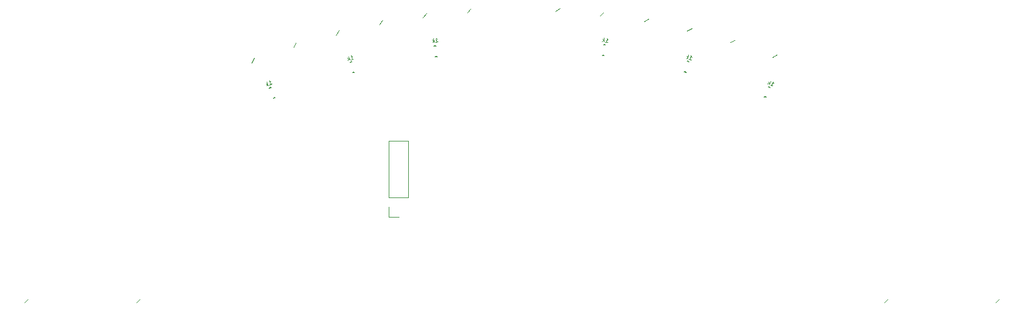
<source format=gbo>
%TF.GenerationSoftware,KiCad,Pcbnew,(5.1.8)-1*%
%TF.CreationDate,2023-07-29T11:14:22+09:00*%
%TF.ProjectId,Tracer,54726163-6572-42e6-9b69-6361645f7063,rev?*%
%TF.SameCoordinates,Original*%
%TF.FileFunction,Legend,Bot*%
%TF.FilePolarity,Positive*%
%FSLAX46Y46*%
G04 Gerber Fmt 4.6, Leading zero omitted, Abs format (unit mm)*
G04 Created by KiCad (PCBNEW (5.1.8)-1) date 2023-07-29 11:14:22*
%MOMM*%
%LPD*%
G01*
G04 APERTURE LIST*
%ADD10C,0.120000*%
%ADD11C,0.127000*%
%ADD12C,0.125000*%
G04 APERTURE END LIST*
D10*
%TO.C,IC19*%
X97142026Y-32939882D02*
X97540499Y-32355742D01*
%TO.C,IC16*%
X149994228Y-37280685D02*
X150642194Y-36997596D01*
%TO.C,IC18*%
X102987194Y-31962863D02*
X103421559Y-31404896D01*
%TO.C,IC11*%
X120848682Y-31152706D02*
X121379091Y-30685088D01*
%TO.C,IC22*%
X79937449Y-38083414D02*
X80220539Y-37435448D01*
%TO.C,IC17*%
X108935659Y-31290846D02*
X109403277Y-30760437D01*
%TO.C,IC15*%
X144319867Y-35325473D02*
X144949343Y-35003354D01*
%TO.C,IC21*%
X85566625Y-36001657D02*
X85888744Y-35372182D01*
%TO.C,IC13*%
X132776226Y-32531415D02*
X133360366Y-32132942D01*
%TO.C,IC12*%
X126809676Y-31690940D02*
X127367643Y-31256574D01*
%TO.C,IC20*%
X91301784Y-34319585D02*
X91662792Y-33711577D01*
%TO.C,IC14*%
X138546382Y-33776187D02*
X139154389Y-33415179D01*
D11*
%TO.C,R32*%
X93204384Y-37979188D02*
X93398187Y-37929788D01*
X93560063Y-39374570D02*
X93753866Y-39325170D01*
%TO.C,R23*%
X138560063Y-37865430D02*
X138753866Y-37914830D01*
X138204384Y-39260812D02*
X138398187Y-39310212D01*
%TO.C,R33*%
X82334183Y-41486127D02*
X82520394Y-41413152D01*
X82859606Y-42826848D02*
X83045817Y-42753873D01*
%TO.C,R22*%
X127346968Y-35593161D02*
X127545434Y-35617881D01*
X127168982Y-37022119D02*
X127367448Y-37046839D01*
%TO.C,R31*%
X104501774Y-35817881D02*
X104700240Y-35793161D01*
X104679760Y-37246839D02*
X104878226Y-37222119D01*
%TO.C,R24*%
X149484414Y-41270168D02*
X149670625Y-41343143D01*
X148958991Y-42610889D02*
X149145202Y-42683864D01*
D10*
%TO.C,J7*%
X98370000Y-58830000D02*
X99700000Y-58830000D01*
X98370000Y-57500000D02*
X98370000Y-58830000D01*
X98370000Y-56230000D02*
X101030000Y-56230000D01*
X101030000Y-56230000D02*
X101030000Y-48550000D01*
X98370000Y-56230000D02*
X98370000Y-48550000D01*
X98370000Y-48550000D02*
X101030000Y-48550000D01*
%TO.C,IC10*%
X49400000Y-70300000D02*
X49900000Y-69800000D01*
%TO.C,IC8*%
X165100000Y-70300000D02*
X165600000Y-69800000D01*
%TO.C,IC7*%
X180100000Y-70300000D02*
X180600000Y-69800000D01*
%TO.C,IC9*%
X64400000Y-70300000D02*
X64900000Y-69800000D01*
%TO.C,R32*%
D12*
X93303548Y-37624479D02*
X93580409Y-37553908D01*
X93441979Y-37589194D02*
X93318479Y-37104686D01*
X93382266Y-37162139D01*
X93440171Y-37196521D01*
X93492196Y-37207831D01*
X93095902Y-37677408D02*
X92972402Y-37192900D01*
X93002711Y-37504595D02*
X92911327Y-37724455D01*
X92828994Y-37401450D02*
X93060616Y-37538977D01*
%TO.C,R23*%
X138791810Y-37553884D02*
X139068672Y-37624455D01*
X138930241Y-37589170D02*
X139053741Y-37104662D01*
X139082241Y-37185639D01*
X139116623Y-37243544D01*
X139156886Y-37278378D01*
X138584164Y-37500956D02*
X138707663Y-37016448D01*
X138585068Y-37304619D02*
X138399590Y-37453908D01*
X138481923Y-37130903D02*
X138619450Y-37362525D01*
%TO.C,R33*%
X82327951Y-41008877D02*
X82593967Y-40904626D01*
X82460959Y-40956751D02*
X82278521Y-40491223D01*
X82348919Y-40540352D01*
X82410630Y-40567313D01*
X82463654Y-40572106D01*
X82128439Y-41087064D02*
X81946001Y-40621537D01*
X82014603Y-40927096D02*
X81951095Y-41156565D01*
X81829470Y-40846213D02*
X82076314Y-40954057D01*
%TO.C,R22*%
X127521109Y-35251813D02*
X127804633Y-35287127D01*
X127662871Y-35269470D02*
X127724672Y-34773304D01*
X127763097Y-34850071D01*
X127804465Y-34903210D01*
X127848776Y-34932723D01*
X127308467Y-35225327D02*
X127370268Y-34729161D01*
X127284756Y-35030425D02*
X127119451Y-35201784D01*
X127160652Y-34871006D02*
X127326124Y-35083565D01*
%TO.C,R31*%
X104677024Y-35267774D02*
X104960548Y-35232460D01*
X104818786Y-35250117D02*
X104756985Y-34753951D01*
X104813068Y-34818946D01*
X104866208Y-34860314D01*
X104916404Y-34878055D01*
X104464382Y-35294260D02*
X104402581Y-34798094D01*
X104393585Y-35111131D02*
X104275366Y-35317803D01*
X104234166Y-34987026D02*
X104446724Y-35152499D01*
%TO.C,R24*%
X149762888Y-41052314D02*
X150028904Y-41156565D01*
X149895896Y-41104440D02*
X150078334Y-40638912D01*
X150096608Y-40722791D01*
X150123568Y-40784502D01*
X150159217Y-40824045D01*
X149563376Y-40974126D02*
X149745814Y-40508599D01*
X149588540Y-40779407D02*
X149386032Y-40904626D01*
X149507658Y-40594274D02*
X149615501Y-40841118D01*
%TD*%
M02*

</source>
